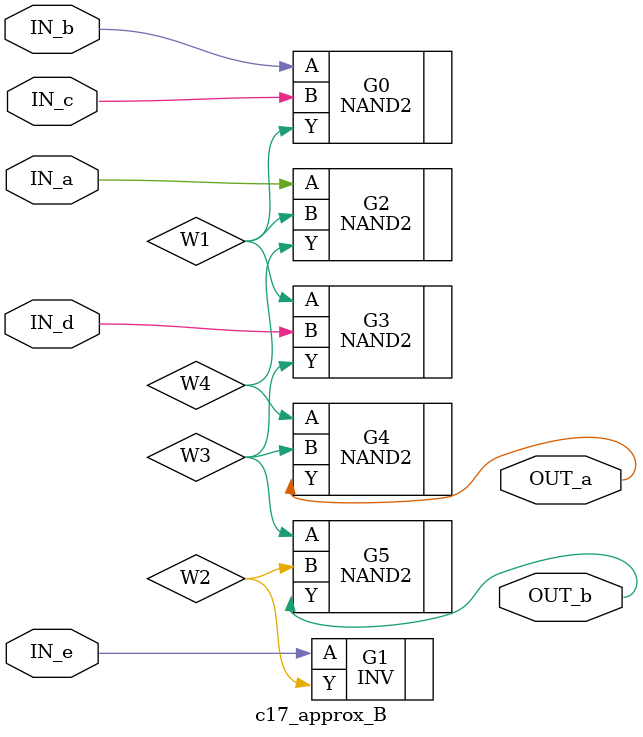
<source format=v>
module c17_approx_B (
    IN_a, IN_b, IN_c, IN_d, IN_e, OUT_a, OUT_b );
  input  IN_a, IN_b, IN_c, IN_d, IN_e;
  output OUT_a, OUT_b ;
  wire W1, W2, W3, W4;
  
  NAND2   G0(.A(IN_b), .B(IN_c), .Y(W1));
  NAND2   G2(.A(IN_a), .B(W1), .Y(W4));  
  INV     G1(.A(IN_e), .Y(W2));
  NAND2   G3(.A(W1), .B(IN_d), .Y(W3));
  NAND2   G4(.A(W4), .B(W3), .Y(OUT_a));
  NAND2   G5(.A(W3), .B(W2), .Y(OUT_b));

endmodule
</source>
